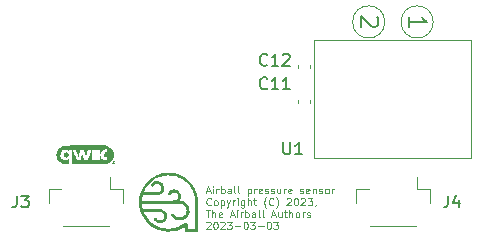
<source format=gbr>
%TF.GenerationSoftware,KiCad,Pcbnew,6.0.10-86aedd382b~118~ubuntu22.04.1*%
%TF.CreationDate,2023-03-06T18:26:28-08:00*%
%TF.ProjectId,pressure-qwiic-3,70726573-7375-4726-952d-71776969632d,rev?*%
%TF.SameCoordinates,Original*%
%TF.FileFunction,Legend,Top*%
%TF.FilePolarity,Positive*%
%FSLAX46Y46*%
G04 Gerber Fmt 4.6, Leading zero omitted, Abs format (unit mm)*
G04 Created by KiCad (PCBNEW 6.0.10-86aedd382b~118~ubuntu22.04.1) date 2023-03-06 18:26:28*
%MOMM*%
%LPD*%
G01*
G04 APERTURE LIST*
%ADD10C,0.125000*%
%ADD11C,0.150000*%
%ADD12C,0.120000*%
G04 APERTURE END LIST*
D10*
X-2799702Y-13094791D02*
X-2502083Y-13094791D01*
X-2859226Y-13273363D02*
X-2650892Y-12648363D01*
X-2442559Y-13273363D01*
X-2234226Y-13273363D02*
X-2234226Y-12856696D01*
X-2234226Y-12648363D02*
X-2263988Y-12678125D01*
X-2234226Y-12707886D01*
X-2204464Y-12678125D01*
X-2234226Y-12648363D01*
X-2234226Y-12707886D01*
X-1936607Y-13273363D02*
X-1936607Y-12856696D01*
X-1936607Y-12975744D02*
X-1906845Y-12916220D01*
X-1877083Y-12886458D01*
X-1817559Y-12856696D01*
X-1758035Y-12856696D01*
X-1549702Y-13273363D02*
X-1549702Y-12648363D01*
X-1549702Y-12886458D02*
X-1490178Y-12856696D01*
X-1371130Y-12856696D01*
X-1311607Y-12886458D01*
X-1281845Y-12916220D01*
X-1252083Y-12975744D01*
X-1252083Y-13154315D01*
X-1281845Y-13213839D01*
X-1311607Y-13243601D01*
X-1371130Y-13273363D01*
X-1490178Y-13273363D01*
X-1549702Y-13243601D01*
X-716369Y-13273363D02*
X-716369Y-12945982D01*
X-746130Y-12886458D01*
X-805654Y-12856696D01*
X-924702Y-12856696D01*
X-984226Y-12886458D01*
X-716369Y-13243601D02*
X-775892Y-13273363D01*
X-924702Y-13273363D01*
X-984226Y-13243601D01*
X-1013988Y-13184077D01*
X-1013988Y-13124553D01*
X-984226Y-13065029D01*
X-924702Y-13035267D01*
X-775892Y-13035267D01*
X-716369Y-13005505D01*
X-329464Y-13273363D02*
X-388988Y-13243601D01*
X-418750Y-13184077D01*
X-418750Y-12648363D01*
X-2083Y-13273363D02*
X-61607Y-13243601D01*
X-91369Y-13184077D01*
X-91369Y-12648363D01*
X712202Y-12856696D02*
X712202Y-13481696D01*
X712202Y-12886458D02*
X771726Y-12856696D01*
X890773Y-12856696D01*
X950297Y-12886458D01*
X980059Y-12916220D01*
X1009821Y-12975744D01*
X1009821Y-13154315D01*
X980059Y-13213839D01*
X950297Y-13243601D01*
X890773Y-13273363D01*
X771726Y-13273363D01*
X712202Y-13243601D01*
X1277678Y-13273363D02*
X1277678Y-12856696D01*
X1277678Y-12975744D02*
X1307440Y-12916220D01*
X1337202Y-12886458D01*
X1396726Y-12856696D01*
X1456249Y-12856696D01*
X1902678Y-13243601D02*
X1843154Y-13273363D01*
X1724107Y-13273363D01*
X1664583Y-13243601D01*
X1634821Y-13184077D01*
X1634821Y-12945982D01*
X1664583Y-12886458D01*
X1724107Y-12856696D01*
X1843154Y-12856696D01*
X1902678Y-12886458D01*
X1932440Y-12945982D01*
X1932440Y-13005505D01*
X1634821Y-13065029D01*
X2170535Y-13243601D02*
X2230059Y-13273363D01*
X2349107Y-13273363D01*
X2408630Y-13243601D01*
X2438392Y-13184077D01*
X2438392Y-13154315D01*
X2408630Y-13094791D01*
X2349107Y-13065029D01*
X2259821Y-13065029D01*
X2200297Y-13035267D01*
X2170535Y-12975744D01*
X2170535Y-12945982D01*
X2200297Y-12886458D01*
X2259821Y-12856696D01*
X2349107Y-12856696D01*
X2408630Y-12886458D01*
X2676488Y-13243601D02*
X2736011Y-13273363D01*
X2855059Y-13273363D01*
X2914583Y-13243601D01*
X2944345Y-13184077D01*
X2944345Y-13154315D01*
X2914583Y-13094791D01*
X2855059Y-13065029D01*
X2765773Y-13065029D01*
X2706249Y-13035267D01*
X2676488Y-12975744D01*
X2676488Y-12945982D01*
X2706249Y-12886458D01*
X2765773Y-12856696D01*
X2855059Y-12856696D01*
X2914583Y-12886458D01*
X3480059Y-12856696D02*
X3480059Y-13273363D01*
X3212202Y-12856696D02*
X3212202Y-13184077D01*
X3241964Y-13243601D01*
X3301488Y-13273363D01*
X3390773Y-13273363D01*
X3450297Y-13243601D01*
X3480059Y-13213839D01*
X3777678Y-13273363D02*
X3777678Y-12856696D01*
X3777678Y-12975744D02*
X3807440Y-12916220D01*
X3837202Y-12886458D01*
X3896726Y-12856696D01*
X3956249Y-12856696D01*
X4402678Y-13243601D02*
X4343154Y-13273363D01*
X4224107Y-13273363D01*
X4164583Y-13243601D01*
X4134821Y-13184077D01*
X4134821Y-12945982D01*
X4164583Y-12886458D01*
X4224107Y-12856696D01*
X4343154Y-12856696D01*
X4402678Y-12886458D01*
X4432440Y-12945982D01*
X4432440Y-13005505D01*
X4134821Y-13065029D01*
X5146726Y-13243601D02*
X5206249Y-13273363D01*
X5325297Y-13273363D01*
X5384821Y-13243601D01*
X5414583Y-13184077D01*
X5414583Y-13154315D01*
X5384821Y-13094791D01*
X5325297Y-13065029D01*
X5236011Y-13065029D01*
X5176488Y-13035267D01*
X5146726Y-12975744D01*
X5146726Y-12945982D01*
X5176488Y-12886458D01*
X5236011Y-12856696D01*
X5325297Y-12856696D01*
X5384821Y-12886458D01*
X5920535Y-13243601D02*
X5861011Y-13273363D01*
X5741964Y-13273363D01*
X5682440Y-13243601D01*
X5652678Y-13184077D01*
X5652678Y-12945982D01*
X5682440Y-12886458D01*
X5741964Y-12856696D01*
X5861011Y-12856696D01*
X5920535Y-12886458D01*
X5950297Y-12945982D01*
X5950297Y-13005505D01*
X5652678Y-13065029D01*
X6218154Y-12856696D02*
X6218154Y-13273363D01*
X6218154Y-12916220D02*
X6247916Y-12886458D01*
X6307440Y-12856696D01*
X6396726Y-12856696D01*
X6456249Y-12886458D01*
X6486011Y-12945982D01*
X6486011Y-13273363D01*
X6753869Y-13243601D02*
X6813392Y-13273363D01*
X6932440Y-13273363D01*
X6991964Y-13243601D01*
X7021726Y-13184077D01*
X7021726Y-13154315D01*
X6991964Y-13094791D01*
X6932440Y-13065029D01*
X6843154Y-13065029D01*
X6783630Y-13035267D01*
X6753869Y-12975744D01*
X6753869Y-12945982D01*
X6783630Y-12886458D01*
X6843154Y-12856696D01*
X6932440Y-12856696D01*
X6991964Y-12886458D01*
X7378869Y-13273363D02*
X7319345Y-13243601D01*
X7289583Y-13213839D01*
X7259821Y-13154315D01*
X7259821Y-12975744D01*
X7289583Y-12916220D01*
X7319345Y-12886458D01*
X7378869Y-12856696D01*
X7468154Y-12856696D01*
X7527678Y-12886458D01*
X7557440Y-12916220D01*
X7587202Y-12975744D01*
X7587202Y-13154315D01*
X7557440Y-13213839D01*
X7527678Y-13243601D01*
X7468154Y-13273363D01*
X7378869Y-13273363D01*
X7855059Y-13273363D02*
X7855059Y-12856696D01*
X7855059Y-12975744D02*
X7884821Y-12916220D01*
X7914583Y-12886458D01*
X7974107Y-12856696D01*
X8033630Y-12856696D01*
X-2412797Y-14220089D02*
X-2442559Y-14249851D01*
X-2531845Y-14279613D01*
X-2591369Y-14279613D01*
X-2680654Y-14249851D01*
X-2740178Y-14190327D01*
X-2769940Y-14130803D01*
X-2799702Y-14011755D01*
X-2799702Y-13922470D01*
X-2769940Y-13803422D01*
X-2740178Y-13743898D01*
X-2680654Y-13684375D01*
X-2591369Y-13654613D01*
X-2531845Y-13654613D01*
X-2442559Y-13684375D01*
X-2412797Y-13714136D01*
X-2055654Y-14279613D02*
X-2115178Y-14249851D01*
X-2144940Y-14220089D01*
X-2174702Y-14160565D01*
X-2174702Y-13981994D01*
X-2144940Y-13922470D01*
X-2115178Y-13892708D01*
X-2055654Y-13862946D01*
X-1966369Y-13862946D01*
X-1906845Y-13892708D01*
X-1877083Y-13922470D01*
X-1847321Y-13981994D01*
X-1847321Y-14160565D01*
X-1877083Y-14220089D01*
X-1906845Y-14249851D01*
X-1966369Y-14279613D01*
X-2055654Y-14279613D01*
X-1579464Y-13862946D02*
X-1579464Y-14487946D01*
X-1579464Y-13892708D02*
X-1519940Y-13862946D01*
X-1400892Y-13862946D01*
X-1341369Y-13892708D01*
X-1311607Y-13922470D01*
X-1281845Y-13981994D01*
X-1281845Y-14160565D01*
X-1311607Y-14220089D01*
X-1341369Y-14249851D01*
X-1400892Y-14279613D01*
X-1519940Y-14279613D01*
X-1579464Y-14249851D01*
X-1073511Y-13862946D02*
X-924702Y-14279613D01*
X-775892Y-13862946D02*
X-924702Y-14279613D01*
X-984226Y-14428422D01*
X-1013988Y-14458184D01*
X-1073511Y-14487946D01*
X-537797Y-14279613D02*
X-537797Y-13862946D01*
X-537797Y-13981994D02*
X-508035Y-13922470D01*
X-478273Y-13892708D01*
X-418750Y-13862946D01*
X-359226Y-13862946D01*
X-150892Y-14279613D02*
X-150892Y-13862946D01*
X-150892Y-13654613D02*
X-180654Y-13684375D01*
X-150892Y-13714136D01*
X-121130Y-13684375D01*
X-150892Y-13654613D01*
X-150892Y-13714136D01*
X414583Y-13862946D02*
X414583Y-14368898D01*
X384821Y-14428422D01*
X355059Y-14458184D01*
X295535Y-14487946D01*
X206249Y-14487946D01*
X146726Y-14458184D01*
X414583Y-14249851D02*
X355059Y-14279613D01*
X236011Y-14279613D01*
X176488Y-14249851D01*
X146726Y-14220089D01*
X116964Y-14160565D01*
X116964Y-13981994D01*
X146726Y-13922470D01*
X176488Y-13892708D01*
X236011Y-13862946D01*
X355059Y-13862946D01*
X414583Y-13892708D01*
X712202Y-14279613D02*
X712202Y-13654613D01*
X980059Y-14279613D02*
X980059Y-13952232D01*
X950297Y-13892708D01*
X890773Y-13862946D01*
X801488Y-13862946D01*
X741964Y-13892708D01*
X712202Y-13922470D01*
X1188392Y-13862946D02*
X1426488Y-13862946D01*
X1277678Y-13654613D02*
X1277678Y-14190327D01*
X1307440Y-14249851D01*
X1366964Y-14279613D01*
X1426488Y-14279613D01*
X2289583Y-14517708D02*
X2259821Y-14487946D01*
X2200297Y-14398660D01*
X2170535Y-14339136D01*
X2140773Y-14249851D01*
X2111011Y-14101041D01*
X2111011Y-13981994D01*
X2140773Y-13833184D01*
X2170535Y-13743898D01*
X2200297Y-13684375D01*
X2259821Y-13595089D01*
X2289583Y-13565327D01*
X2884821Y-14220089D02*
X2855059Y-14249851D01*
X2765773Y-14279613D01*
X2706249Y-14279613D01*
X2616964Y-14249851D01*
X2557440Y-14190327D01*
X2527678Y-14130803D01*
X2497916Y-14011755D01*
X2497916Y-13922470D01*
X2527678Y-13803422D01*
X2557440Y-13743898D01*
X2616964Y-13684375D01*
X2706249Y-13654613D01*
X2765773Y-13654613D01*
X2855059Y-13684375D01*
X2884821Y-13714136D01*
X3093154Y-14517708D02*
X3122916Y-14487946D01*
X3182440Y-14398660D01*
X3212202Y-14339136D01*
X3241964Y-14249851D01*
X3271726Y-14101041D01*
X3271726Y-13981994D01*
X3241964Y-13833184D01*
X3212202Y-13743898D01*
X3182440Y-13684375D01*
X3122916Y-13595089D01*
X3093154Y-13565327D01*
X4015773Y-13714136D02*
X4045535Y-13684375D01*
X4105059Y-13654613D01*
X4253869Y-13654613D01*
X4313392Y-13684375D01*
X4343154Y-13714136D01*
X4372916Y-13773660D01*
X4372916Y-13833184D01*
X4343154Y-13922470D01*
X3986011Y-14279613D01*
X4372916Y-14279613D01*
X4759821Y-13654613D02*
X4819345Y-13654613D01*
X4878869Y-13684375D01*
X4908630Y-13714136D01*
X4938392Y-13773660D01*
X4968154Y-13892708D01*
X4968154Y-14041517D01*
X4938392Y-14160565D01*
X4908630Y-14220089D01*
X4878869Y-14249851D01*
X4819345Y-14279613D01*
X4759821Y-14279613D01*
X4700297Y-14249851D01*
X4670535Y-14220089D01*
X4640773Y-14160565D01*
X4611011Y-14041517D01*
X4611011Y-13892708D01*
X4640773Y-13773660D01*
X4670535Y-13714136D01*
X4700297Y-13684375D01*
X4759821Y-13654613D01*
X5206249Y-13714136D02*
X5236011Y-13684375D01*
X5295535Y-13654613D01*
X5444345Y-13654613D01*
X5503869Y-13684375D01*
X5533630Y-13714136D01*
X5563392Y-13773660D01*
X5563392Y-13833184D01*
X5533630Y-13922470D01*
X5176488Y-14279613D01*
X5563392Y-14279613D01*
X5771726Y-13654613D02*
X6158630Y-13654613D01*
X5950297Y-13892708D01*
X6039583Y-13892708D01*
X6099107Y-13922470D01*
X6128869Y-13952232D01*
X6158630Y-14011755D01*
X6158630Y-14160565D01*
X6128869Y-14220089D01*
X6099107Y-14249851D01*
X6039583Y-14279613D01*
X5861011Y-14279613D01*
X5801488Y-14249851D01*
X5771726Y-14220089D01*
X6456249Y-14249851D02*
X6456249Y-14279613D01*
X6426488Y-14339136D01*
X6396726Y-14368898D01*
X-2859226Y-14660863D02*
X-2502083Y-14660863D01*
X-2680654Y-15285863D02*
X-2680654Y-14660863D01*
X-2293750Y-15285863D02*
X-2293750Y-14660863D01*
X-2025892Y-15285863D02*
X-2025892Y-14958482D01*
X-2055654Y-14898958D01*
X-2115178Y-14869196D01*
X-2204464Y-14869196D01*
X-2263988Y-14898958D01*
X-2293750Y-14928720D01*
X-1490178Y-15256101D02*
X-1549702Y-15285863D01*
X-1668750Y-15285863D01*
X-1728273Y-15256101D01*
X-1758035Y-15196577D01*
X-1758035Y-14958482D01*
X-1728273Y-14898958D01*
X-1668750Y-14869196D01*
X-1549702Y-14869196D01*
X-1490178Y-14898958D01*
X-1460416Y-14958482D01*
X-1460416Y-15018005D01*
X-1758035Y-15077529D01*
X-746130Y-15107291D02*
X-448511Y-15107291D01*
X-805654Y-15285863D02*
X-597321Y-14660863D01*
X-388988Y-15285863D01*
X-180654Y-15285863D02*
X-180654Y-14869196D01*
X-180654Y-14660863D02*
X-210416Y-14690625D01*
X-180654Y-14720386D01*
X-150892Y-14690625D01*
X-180654Y-14660863D01*
X-180654Y-14720386D01*
X116964Y-15285863D02*
X116964Y-14869196D01*
X116964Y-14988244D02*
X146726Y-14928720D01*
X176488Y-14898958D01*
X236011Y-14869196D01*
X295535Y-14869196D01*
X503869Y-15285863D02*
X503869Y-14660863D01*
X503869Y-14898958D02*
X563392Y-14869196D01*
X682440Y-14869196D01*
X741964Y-14898958D01*
X771726Y-14928720D01*
X801488Y-14988244D01*
X801488Y-15166815D01*
X771726Y-15226339D01*
X741964Y-15256101D01*
X682440Y-15285863D01*
X563392Y-15285863D01*
X503869Y-15256101D01*
X1337202Y-15285863D02*
X1337202Y-14958482D01*
X1307440Y-14898958D01*
X1247916Y-14869196D01*
X1128869Y-14869196D01*
X1069345Y-14898958D01*
X1337202Y-15256101D02*
X1277678Y-15285863D01*
X1128869Y-15285863D01*
X1069345Y-15256101D01*
X1039583Y-15196577D01*
X1039583Y-15137053D01*
X1069345Y-15077529D01*
X1128869Y-15047767D01*
X1277678Y-15047767D01*
X1337202Y-15018005D01*
X1724107Y-15285863D02*
X1664583Y-15256101D01*
X1634821Y-15196577D01*
X1634821Y-14660863D01*
X2051488Y-15285863D02*
X1991964Y-15256101D01*
X1962202Y-15196577D01*
X1962202Y-14660863D01*
X2736011Y-15107291D02*
X3033630Y-15107291D01*
X2676488Y-15285863D02*
X2884821Y-14660863D01*
X3093154Y-15285863D01*
X3569345Y-14869196D02*
X3569345Y-15285863D01*
X3301488Y-14869196D02*
X3301488Y-15196577D01*
X3331249Y-15256101D01*
X3390773Y-15285863D01*
X3480059Y-15285863D01*
X3539583Y-15256101D01*
X3569345Y-15226339D01*
X3777678Y-14869196D02*
X4015773Y-14869196D01*
X3866964Y-14660863D02*
X3866964Y-15196577D01*
X3896726Y-15256101D01*
X3956249Y-15285863D01*
X4015773Y-15285863D01*
X4224107Y-15285863D02*
X4224107Y-14660863D01*
X4491964Y-15285863D02*
X4491964Y-14958482D01*
X4462202Y-14898958D01*
X4402678Y-14869196D01*
X4313392Y-14869196D01*
X4253869Y-14898958D01*
X4224107Y-14928720D01*
X4878869Y-15285863D02*
X4819345Y-15256101D01*
X4789583Y-15226339D01*
X4759821Y-15166815D01*
X4759821Y-14988244D01*
X4789583Y-14928720D01*
X4819345Y-14898958D01*
X4878869Y-14869196D01*
X4968154Y-14869196D01*
X5027678Y-14898958D01*
X5057440Y-14928720D01*
X5087202Y-14988244D01*
X5087202Y-15166815D01*
X5057440Y-15226339D01*
X5027678Y-15256101D01*
X4968154Y-15285863D01*
X4878869Y-15285863D01*
X5355059Y-15285863D02*
X5355059Y-14869196D01*
X5355059Y-14988244D02*
X5384821Y-14928720D01*
X5414583Y-14898958D01*
X5474107Y-14869196D01*
X5533630Y-14869196D01*
X5712202Y-15256101D02*
X5771726Y-15285863D01*
X5890773Y-15285863D01*
X5950297Y-15256101D01*
X5980059Y-15196577D01*
X5980059Y-15166815D01*
X5950297Y-15107291D01*
X5890773Y-15077529D01*
X5801488Y-15077529D01*
X5741964Y-15047767D01*
X5712202Y-14988244D01*
X5712202Y-14958482D01*
X5741964Y-14898958D01*
X5801488Y-14869196D01*
X5890773Y-14869196D01*
X5950297Y-14898958D01*
X-2799702Y-15726636D02*
X-2769940Y-15696875D01*
X-2710416Y-15667113D01*
X-2561607Y-15667113D01*
X-2502083Y-15696875D01*
X-2472321Y-15726636D01*
X-2442559Y-15786160D01*
X-2442559Y-15845684D01*
X-2472321Y-15934970D01*
X-2829464Y-16292113D01*
X-2442559Y-16292113D01*
X-2055654Y-15667113D02*
X-1996130Y-15667113D01*
X-1936607Y-15696875D01*
X-1906845Y-15726636D01*
X-1877083Y-15786160D01*
X-1847321Y-15905208D01*
X-1847321Y-16054017D01*
X-1877083Y-16173065D01*
X-1906845Y-16232589D01*
X-1936607Y-16262351D01*
X-1996130Y-16292113D01*
X-2055654Y-16292113D01*
X-2115178Y-16262351D01*
X-2144940Y-16232589D01*
X-2174702Y-16173065D01*
X-2204464Y-16054017D01*
X-2204464Y-15905208D01*
X-2174702Y-15786160D01*
X-2144940Y-15726636D01*
X-2115178Y-15696875D01*
X-2055654Y-15667113D01*
X-1609226Y-15726636D02*
X-1579464Y-15696875D01*
X-1519940Y-15667113D01*
X-1371130Y-15667113D01*
X-1311607Y-15696875D01*
X-1281845Y-15726636D01*
X-1252083Y-15786160D01*
X-1252083Y-15845684D01*
X-1281845Y-15934970D01*
X-1638988Y-16292113D01*
X-1252083Y-16292113D01*
X-1043750Y-15667113D02*
X-656845Y-15667113D01*
X-865178Y-15905208D01*
X-775892Y-15905208D01*
X-716369Y-15934970D01*
X-686607Y-15964732D01*
X-656845Y-16024255D01*
X-656845Y-16173065D01*
X-686607Y-16232589D01*
X-716369Y-16262351D01*
X-775892Y-16292113D01*
X-954464Y-16292113D01*
X-1013988Y-16262351D01*
X-1043750Y-16232589D01*
X-388988Y-16054017D02*
X87202Y-16054017D01*
X503869Y-15667113D02*
X563392Y-15667113D01*
X622916Y-15696875D01*
X652678Y-15726636D01*
X682440Y-15786160D01*
X712202Y-15905208D01*
X712202Y-16054017D01*
X682440Y-16173065D01*
X652678Y-16232589D01*
X622916Y-16262351D01*
X563392Y-16292113D01*
X503869Y-16292113D01*
X444345Y-16262351D01*
X414583Y-16232589D01*
X384821Y-16173065D01*
X355059Y-16054017D01*
X355059Y-15905208D01*
X384821Y-15786160D01*
X414583Y-15726636D01*
X444345Y-15696875D01*
X503869Y-15667113D01*
X920535Y-15667113D02*
X1307440Y-15667113D01*
X1099107Y-15905208D01*
X1188392Y-15905208D01*
X1247916Y-15934970D01*
X1277678Y-15964732D01*
X1307440Y-16024255D01*
X1307440Y-16173065D01*
X1277678Y-16232589D01*
X1247916Y-16262351D01*
X1188392Y-16292113D01*
X1009821Y-16292113D01*
X950297Y-16262351D01*
X920535Y-16232589D01*
X1575297Y-16054017D02*
X2051488Y-16054017D01*
X2468154Y-15667113D02*
X2527678Y-15667113D01*
X2587202Y-15696875D01*
X2616964Y-15726636D01*
X2646726Y-15786160D01*
X2676488Y-15905208D01*
X2676488Y-16054017D01*
X2646726Y-16173065D01*
X2616964Y-16232589D01*
X2587202Y-16262351D01*
X2527678Y-16292113D01*
X2468154Y-16292113D01*
X2408630Y-16262351D01*
X2378869Y-16232589D01*
X2349107Y-16173065D01*
X2319345Y-16054017D01*
X2319345Y-15905208D01*
X2349107Y-15786160D01*
X2378869Y-15726636D01*
X2408630Y-15696875D01*
X2468154Y-15667113D01*
X2884821Y-15667113D02*
X3271726Y-15667113D01*
X3063392Y-15905208D01*
X3152678Y-15905208D01*
X3212202Y-15934970D01*
X3241964Y-15964732D01*
X3271726Y-16024255D01*
X3271726Y-16173065D01*
X3241964Y-16232589D01*
X3212202Y-16262351D01*
X3152678Y-16292113D01*
X2974107Y-16292113D01*
X2914583Y-16262351D01*
X2884821Y-16232589D01*
D11*
%TO.C,J4*%
X17666666Y-13452380D02*
X17666666Y-14166666D01*
X17619047Y-14309523D01*
X17523809Y-14404761D01*
X17380952Y-14452380D01*
X17285714Y-14452380D01*
X18571428Y-13785714D02*
X18571428Y-14452380D01*
X18333333Y-13404761D02*
X18095238Y-14119047D01*
X18714285Y-14119047D01*
%TO.C,U1*%
X3738095Y-8952380D02*
X3738095Y-9761904D01*
X3785714Y-9857142D01*
X3833333Y-9904761D01*
X3928571Y-9952380D01*
X4119047Y-9952380D01*
X4214285Y-9904761D01*
X4261904Y-9857142D01*
X4309523Y-9761904D01*
X4309523Y-8952380D01*
X5309523Y-9952380D02*
X4738095Y-9952380D01*
X5023809Y-9952380D02*
X5023809Y-8952380D01*
X4928571Y-9095238D01*
X4833333Y-9190476D01*
X4738095Y-9238095D01*
X11628571Y1678571D02*
X11700000Y1607142D01*
X11771428Y1464285D01*
X11771428Y1107142D01*
X11700000Y964285D01*
X11628571Y892857D01*
X11485714Y821428D01*
X11342857Y821428D01*
X11128571Y892857D01*
X10271428Y1750000D01*
X10271428Y821428D01*
X14371428Y821428D02*
X14371428Y1678571D01*
X14371428Y1250000D02*
X15871428Y1249999D01*
X15657142Y1392857D01*
X15514285Y1535714D01*
X15442857Y1678571D01*
%TO.C,J3*%
X-18833333Y-13452380D02*
X-18833333Y-14166666D01*
X-18880952Y-14309523D01*
X-18976190Y-14404761D01*
X-19119047Y-14452380D01*
X-19214285Y-14452380D01*
X-18452380Y-13452380D02*
X-17833333Y-13452380D01*
X-18166666Y-13833333D01*
X-18023809Y-13833333D01*
X-17928571Y-13880952D01*
X-17880952Y-13928571D01*
X-17833333Y-14023809D01*
X-17833333Y-14261904D01*
X-17880952Y-14357142D01*
X-17928571Y-14404761D01*
X-18023809Y-14452380D01*
X-18309523Y-14452380D01*
X-18404761Y-14404761D01*
X-18452380Y-14357142D01*
%TO.C,C11*%
X2357142Y-4357142D02*
X2309523Y-4404761D01*
X2166666Y-4452380D01*
X2071428Y-4452380D01*
X1928571Y-4404761D01*
X1833333Y-4309523D01*
X1785714Y-4214285D01*
X1738095Y-4023809D01*
X1738095Y-3880952D01*
X1785714Y-3690476D01*
X1833333Y-3595238D01*
X1928571Y-3500000D01*
X2071428Y-3452380D01*
X2166666Y-3452380D01*
X2309523Y-3500000D01*
X2357142Y-3547619D01*
X3309523Y-4452380D02*
X2738095Y-4452380D01*
X3023809Y-4452380D02*
X3023809Y-3452380D01*
X2928571Y-3595238D01*
X2833333Y-3690476D01*
X2738095Y-3738095D01*
X4261904Y-4452380D02*
X3690476Y-4452380D01*
X3976190Y-4452380D02*
X3976190Y-3452380D01*
X3880952Y-3595238D01*
X3785714Y-3690476D01*
X3690476Y-3738095D01*
%TO.C,C12*%
X2357142Y-2357142D02*
X2309523Y-2404761D01*
X2166666Y-2452380D01*
X2071428Y-2452380D01*
X1928571Y-2404761D01*
X1833333Y-2309523D01*
X1785714Y-2214285D01*
X1738095Y-2023809D01*
X1738095Y-1880952D01*
X1785714Y-1690476D01*
X1833333Y-1595238D01*
X1928571Y-1500000D01*
X2071428Y-1452380D01*
X2166666Y-1452380D01*
X2309523Y-1500000D01*
X2357142Y-1547619D01*
X3309523Y-2452380D02*
X2738095Y-2452380D01*
X3023809Y-2452380D02*
X3023809Y-1452380D01*
X2928571Y-1595238D01*
X2833333Y-1690476D01*
X2738095Y-1738095D01*
X3690476Y-1547619D02*
X3738095Y-1500000D01*
X3833333Y-1452380D01*
X4071428Y-1452380D01*
X4166666Y-1500000D01*
X4214285Y-1547619D01*
X4261904Y-1642857D01*
X4261904Y-1738095D01*
X4214285Y-1880952D01*
X3642857Y-2452380D01*
X4261904Y-2452380D01*
D12*
%TO.C,J4*%
X15060000Y-12890000D02*
X15060000Y-11900000D01*
X14940000Y-16010000D02*
X11060000Y-16010000D01*
X9890000Y-14040000D02*
X9890000Y-12890000D01*
X16110000Y-14040000D02*
X16110000Y-12890000D01*
X9890000Y-12890000D02*
X10940000Y-12890000D01*
X16110000Y-12890000D02*
X15060000Y-12890000D01*
%TO.C,U1*%
X19650000Y-250000D02*
X6350000Y-250000D01*
X6350000Y-250000D02*
X6350000Y-10250000D01*
X6350000Y-10250000D02*
X19650000Y-10250000D01*
X19650000Y-10250000D02*
X19650000Y-250000D01*
X16411249Y1250000D02*
G75*
G03*
X16411249Y1250000I-1361249J0D01*
G01*
X12311249Y1250000D02*
G75*
G03*
X12311249Y1250000I-1361249J0D01*
G01*
%TO.C,G\u002A\u002A\u002A*%
G36*
X-10793264Y-10567115D02*
G01*
X-10773405Y-10537729D01*
X-10738267Y-10505363D01*
X-10700898Y-10487817D01*
X-10659250Y-10482825D01*
X-10608998Y-10490621D01*
X-10566815Y-10512854D01*
X-10534781Y-10547791D01*
X-10514977Y-10593698D01*
X-10512463Y-10605124D01*
X-10512689Y-10647755D01*
X-10526786Y-10690485D01*
X-10552097Y-10728499D01*
X-10585964Y-10756982D01*
X-10600288Y-10764207D01*
X-10632027Y-10772643D01*
X-10668242Y-10775322D01*
X-10701403Y-10772133D01*
X-10719518Y-10765948D01*
X-10760608Y-10735242D01*
X-10789241Y-10696987D01*
X-10804703Y-10654200D01*
X-10805572Y-10629796D01*
X-10771249Y-10629796D01*
X-10770204Y-10660219D01*
X-10765510Y-10680223D01*
X-10754828Y-10696585D01*
X-10744360Y-10707684D01*
X-10710332Y-10731342D01*
X-10670910Y-10742647D01*
X-10630915Y-10741273D01*
X-10595168Y-10726892D01*
X-10584366Y-10718556D01*
X-10557403Y-10683978D01*
X-10545030Y-10645061D01*
X-10546497Y-10605341D01*
X-10561055Y-10568355D01*
X-10587954Y-10537639D01*
X-10626445Y-10516731D01*
X-10627205Y-10516478D01*
X-10666986Y-10512001D01*
X-10706781Y-10523349D01*
X-10743081Y-10549464D01*
X-10745742Y-10552173D01*
X-10760559Y-10569905D01*
X-10768232Y-10587701D01*
X-10771002Y-10612379D01*
X-10771249Y-10629796D01*
X-10805572Y-10629796D01*
X-10806281Y-10609903D01*
X-10793264Y-10567115D01*
G37*
G36*
X-10672098Y-10551799D02*
G01*
X-10634380Y-10556898D01*
X-10608572Y-10570924D01*
X-10596108Y-10591968D01*
X-10598422Y-10618125D01*
X-10608292Y-10636627D01*
X-10617243Y-10652138D01*
X-10615139Y-10663157D01*
X-10608292Y-10671557D01*
X-10596187Y-10688062D01*
X-10598393Y-10696387D01*
X-10611930Y-10698371D01*
X-10629103Y-10690746D01*
X-10639179Y-10676816D01*
X-10652274Y-10660050D01*
X-10667253Y-10655818D01*
X-10679024Y-10664385D01*
X-10682275Y-10674573D01*
X-10690366Y-10690998D01*
X-10700119Y-10696760D01*
X-10707449Y-10696394D01*
X-10711950Y-10689779D01*
X-10714288Y-10673766D01*
X-10715135Y-10645206D01*
X-10715207Y-10625717D01*
X-10715207Y-10603531D01*
X-10680720Y-10603531D01*
X-10679035Y-10622114D01*
X-10670841Y-10628372D01*
X-10657010Y-10627813D01*
X-10639250Y-10622323D01*
X-10633457Y-10608332D01*
X-10633299Y-10603531D01*
X-10637091Y-10586949D01*
X-10651748Y-10579996D01*
X-10657010Y-10579248D01*
X-10673492Y-10579270D01*
X-10679813Y-10587878D01*
X-10680720Y-10603531D01*
X-10715207Y-10603531D01*
X-10715207Y-10551799D01*
X-10672098Y-10551799D01*
G37*
G36*
X-14457094Y-9603395D02*
G01*
X-14458935Y-9633411D01*
X-14463801Y-9651497D01*
X-14470710Y-9655955D01*
X-14478678Y-9645085D01*
X-14479726Y-9642497D01*
X-14490230Y-9630032D01*
X-14511707Y-9612938D01*
X-14539644Y-9594184D01*
X-14569535Y-9576734D01*
X-14596868Y-9563557D01*
X-14603666Y-9560960D01*
X-14679573Y-9542836D01*
X-14757040Y-9539965D01*
X-14833510Y-9551406D01*
X-14906430Y-9576214D01*
X-14973242Y-9613448D01*
X-15031393Y-9662163D01*
X-15078327Y-9721417D01*
X-15089349Y-9740206D01*
X-15118954Y-9810504D01*
X-15137877Y-9890274D01*
X-15146123Y-9975451D01*
X-15143695Y-10061974D01*
X-15130597Y-10145779D01*
X-15106832Y-10222804D01*
X-15088870Y-10261454D01*
X-15058310Y-10307528D01*
X-15017879Y-10352921D01*
X-14972615Y-10392714D01*
X-14927554Y-10421991D01*
X-14921144Y-10425162D01*
X-14864521Y-10447559D01*
X-14807323Y-10460438D01*
X-14743567Y-10464866D01*
X-14703274Y-10464075D01*
X-14633708Y-10455890D01*
X-14574944Y-10436987D01*
X-14523195Y-10405841D01*
X-14492361Y-10379119D01*
X-14457094Y-10344894D01*
X-14457094Y-10784590D01*
X-14605822Y-10783737D01*
X-14661069Y-10782787D01*
X-14716201Y-10780726D01*
X-14766420Y-10777808D01*
X-14806926Y-10774290D01*
X-14823813Y-10772117D01*
X-14934947Y-10746315D01*
X-15039968Y-10704917D01*
X-15137583Y-10648885D01*
X-15226498Y-10579180D01*
X-15305421Y-10496762D01*
X-15373056Y-10402592D01*
X-15409694Y-10336855D01*
X-15449001Y-10239956D01*
X-15474337Y-10136188D01*
X-15485700Y-10028575D01*
X-15483085Y-9920137D01*
X-15466491Y-9813897D01*
X-15435912Y-9712879D01*
X-15410458Y-9655245D01*
X-15349228Y-9550965D01*
X-15276800Y-9459797D01*
X-15193206Y-9381765D01*
X-15098480Y-9316897D01*
X-14992654Y-9265218D01*
X-14875761Y-9226756D01*
X-14872990Y-9226039D01*
X-14865411Y-9224293D01*
X-14856339Y-9222687D01*
X-14845058Y-9221217D01*
X-14830852Y-9219876D01*
X-14813003Y-9218658D01*
X-14790795Y-9217558D01*
X-14763513Y-9216569D01*
X-14730438Y-9215685D01*
X-14690854Y-9214902D01*
X-14644046Y-9214212D01*
X-14589295Y-9213610D01*
X-14525887Y-9213090D01*
X-14453103Y-9212646D01*
X-14370229Y-9212273D01*
X-14276546Y-9211964D01*
X-14171338Y-9211713D01*
X-14053890Y-9211515D01*
X-13923483Y-9211363D01*
X-13779403Y-9211253D01*
X-13620931Y-9211177D01*
X-13447352Y-9211130D01*
X-13257949Y-9211107D01*
X-13056042Y-9211100D01*
X-11297183Y-9211100D01*
X-11223897Y-9230550D01*
X-11114164Y-9268126D01*
X-11011987Y-9320028D01*
X-10918846Y-9385003D01*
X-10836222Y-9461796D01*
X-10765593Y-9549153D01*
X-10708442Y-9645821D01*
X-10692187Y-9680948D01*
X-10668700Y-9739442D01*
X-10652121Y-9792018D01*
X-10641151Y-9844668D01*
X-10634496Y-9903381D01*
X-10631267Y-9962418D01*
X-10633168Y-10074852D01*
X-10648169Y-10178038D01*
X-10677035Y-10274775D01*
X-10720527Y-10367859D01*
X-10758880Y-10430548D01*
X-10830494Y-10522385D01*
X-10913962Y-10602032D01*
X-11008260Y-10668764D01*
X-11112363Y-10721855D01*
X-11225246Y-10760579D01*
X-11225467Y-10760639D01*
X-11297183Y-10779815D01*
X-12726256Y-10782423D01*
X-14155329Y-10785030D01*
X-14155329Y-9551664D01*
X-14111968Y-9551664D01*
X-14096169Y-9592617D01*
X-14090145Y-9608682D01*
X-14078860Y-9639222D01*
X-14062948Y-9682507D01*
X-14043044Y-9736805D01*
X-14019779Y-9800388D01*
X-13993788Y-9871525D01*
X-13965705Y-9948485D01*
X-13936162Y-10029539D01*
X-13930434Y-10045265D01*
X-13780499Y-10456959D01*
X-13483733Y-10456959D01*
X-13445155Y-10334097D01*
X-13428553Y-10281096D01*
X-13408905Y-10218167D01*
X-13388252Y-10151857D01*
X-13368634Y-10088716D01*
X-13361178Y-10064664D01*
X-13346258Y-10017023D01*
X-13332833Y-9975152D01*
X-13321816Y-9941817D01*
X-13314120Y-9919786D01*
X-13310826Y-9911955D01*
X-13307054Y-9918073D01*
X-13299116Y-9938541D01*
X-13287753Y-9971181D01*
X-13273707Y-10013813D01*
X-13257721Y-10064258D01*
X-13246206Y-10101636D01*
X-13227628Y-10162548D01*
X-13209118Y-10223138D01*
X-13191799Y-10279731D01*
X-13176799Y-10328647D01*
X-13165242Y-10366211D01*
X-13161845Y-10377207D01*
X-13137151Y-10456959D01*
X-12839745Y-10456959D01*
X-12474067Y-10456959D01*
X-12172301Y-10456959D01*
X-12120570Y-10456959D01*
X-11818805Y-10456959D01*
X-11818805Y-9970685D01*
X-11763672Y-9970685D01*
X-11762877Y-10055178D01*
X-11748828Y-10138177D01*
X-11721287Y-10216918D01*
X-11690997Y-10272502D01*
X-11638953Y-10337830D01*
X-11576045Y-10389951D01*
X-11502805Y-10428596D01*
X-11419767Y-10453498D01*
X-11327466Y-10464389D01*
X-11307960Y-10464862D01*
X-11232519Y-10465581D01*
X-11232519Y-10226530D01*
X-11288824Y-10222010D01*
X-11341426Y-10212733D01*
X-11382142Y-10193024D01*
X-11414220Y-10160709D01*
X-11436325Y-10123351D01*
X-11455620Y-10067836D01*
X-11462437Y-10008968D01*
X-11457309Y-9950615D01*
X-11440769Y-9896642D01*
X-11413348Y-9850915D01*
X-11396319Y-9832886D01*
X-11354100Y-9804471D01*
X-11306395Y-9788390D01*
X-11264307Y-9786131D01*
X-11236830Y-9788765D01*
X-11234437Y-9665903D01*
X-11232045Y-9543042D01*
X-11260303Y-9541674D01*
X-11358132Y-9544040D01*
X-11447584Y-9560865D01*
X-11528105Y-9591958D01*
X-11599141Y-9637126D01*
X-11639104Y-9673060D01*
X-11688930Y-9735885D01*
X-11726459Y-9808274D01*
X-11751453Y-9887462D01*
X-11763672Y-9970685D01*
X-11818805Y-9970685D01*
X-11818805Y-9551664D01*
X-12120570Y-9551664D01*
X-12120570Y-10456959D01*
X-12172301Y-10456959D01*
X-12172301Y-9551664D01*
X-12474067Y-9551664D01*
X-12474067Y-10456959D01*
X-12839745Y-10456959D01*
X-12698664Y-10071131D01*
X-12669331Y-9990911D01*
X-12641013Y-9913465D01*
X-12614424Y-9840746D01*
X-12590279Y-9774711D01*
X-12569293Y-9717315D01*
X-12552181Y-9670514D01*
X-12539659Y-9636263D01*
X-12533085Y-9618280D01*
X-12508587Y-9551257D01*
X-12656168Y-9553616D01*
X-12803748Y-9555975D01*
X-12890675Y-9851273D01*
X-12910839Y-9919335D01*
X-12929609Y-9981856D01*
X-12946409Y-10036982D01*
X-12960664Y-10082859D01*
X-12971797Y-10117630D01*
X-12979232Y-10139441D01*
X-12982334Y-10146468D01*
X-12985727Y-10138461D01*
X-12993282Y-10115726D01*
X-13004437Y-10080117D01*
X-13018626Y-10033489D01*
X-13035284Y-9977695D01*
X-13053848Y-9914592D01*
X-13072891Y-9849014D01*
X-13158715Y-9551664D01*
X-13446999Y-9551664D01*
X-13455912Y-9579685D01*
X-13460830Y-9595923D01*
X-13470157Y-9627507D01*
X-13483538Y-9673213D01*
X-13500615Y-9731813D01*
X-13521032Y-9802083D01*
X-13544433Y-9882797D01*
X-13570461Y-9972729D01*
X-13598761Y-10070654D01*
X-13610482Y-10111249D01*
X-13623928Y-10157834D01*
X-13633982Y-10128493D01*
X-13638807Y-10113255D01*
X-13647817Y-10083679D01*
X-13660353Y-10041976D01*
X-13675753Y-9990358D01*
X-13693358Y-9931034D01*
X-13712506Y-9866216D01*
X-13724520Y-9825408D01*
X-13805005Y-9551664D01*
X-14111968Y-9551664D01*
X-14155329Y-9551664D01*
X-14457094Y-9551664D01*
X-14457094Y-9603395D01*
G37*
G36*
X-14618118Y-9787653D02*
G01*
X-14571458Y-9801785D01*
X-14529450Y-9829920D01*
X-14525446Y-9833463D01*
X-14493800Y-9870579D01*
X-14473413Y-9915738D01*
X-14463378Y-9971507D01*
X-14461959Y-10012933D01*
X-14463783Y-10055827D01*
X-14469276Y-10088366D01*
X-14479686Y-10117265D01*
X-14482427Y-10123115D01*
X-14514285Y-10170942D01*
X-14555986Y-10205725D01*
X-14605018Y-10226432D01*
X-14658868Y-10232032D01*
X-14715025Y-10221494D01*
X-14718878Y-10220161D01*
X-14762899Y-10195792D01*
X-14801157Y-10157340D01*
X-14822047Y-10125017D01*
X-14831303Y-10104458D01*
X-14836962Y-10081670D01*
X-14839816Y-10051702D01*
X-14840655Y-10009600D01*
X-14840657Y-10008439D01*
X-14840093Y-9967199D01*
X-14837633Y-9937744D01*
X-14832324Y-9914642D01*
X-14823214Y-9892461D01*
X-14818741Y-9883501D01*
X-14786626Y-9837388D01*
X-14745208Y-9805778D01*
X-14694631Y-9788768D01*
X-14673599Y-9786193D01*
X-14618118Y-9787653D01*
G37*
%TO.C,J3*%
X-11060000Y-16010000D02*
X-14940000Y-16010000D01*
X-16110000Y-12890000D02*
X-15060000Y-12890000D01*
X-10940000Y-12890000D02*
X-10940000Y-11900000D01*
X-16110000Y-14040000D02*
X-16110000Y-12890000D01*
X-9890000Y-14040000D02*
X-9890000Y-12890000D01*
X-9890000Y-12890000D02*
X-10940000Y-12890000D01*
%TO.C,C11*%
X4990000Y-5359420D02*
X4990000Y-5640580D01*
X6010000Y-5359420D02*
X6010000Y-5640580D01*
%TO.C,C12*%
X4990000Y-2640580D02*
X4990000Y-2359420D01*
X6010000Y-2640580D02*
X6010000Y-2359420D01*
%TO.C,G\u002A\u002A\u002A*%
G36*
X-5542607Y-11541493D02*
G01*
X-5204757Y-11628871D01*
X-4877447Y-11763221D01*
X-4693162Y-11863093D01*
X-4529693Y-11975367D01*
X-4356749Y-12120322D01*
X-4186685Y-12285605D01*
X-4031855Y-12458859D01*
X-3904615Y-12627730D01*
X-3863094Y-12693161D01*
X-3794445Y-12818731D01*
X-3724221Y-12963352D01*
X-3665789Y-13099219D01*
X-3657306Y-13121262D01*
X-3624805Y-13209884D01*
X-3597027Y-13292587D01*
X-3573602Y-13374039D01*
X-3554161Y-13458911D01*
X-3538335Y-13551872D01*
X-3525754Y-13657593D01*
X-3516048Y-13780744D01*
X-3508850Y-13925994D01*
X-3503789Y-14098013D01*
X-3500497Y-14301471D01*
X-3498604Y-14541039D01*
X-3497740Y-14821386D01*
X-3497537Y-15141898D01*
X-3497537Y-16502463D01*
X-4623646Y-16502463D01*
X-4623646Y-16099619D01*
X-4784218Y-16189416D01*
X-5081201Y-16328034D01*
X-5401262Y-16427153D01*
X-5734823Y-16485201D01*
X-6072308Y-16500609D01*
X-6404138Y-16471804D01*
X-6454218Y-16463323D01*
X-6785436Y-16378584D01*
X-7098718Y-16249430D01*
X-7390322Y-16079439D01*
X-7656501Y-15872192D01*
X-7893511Y-15631269D01*
X-8097608Y-15360250D01*
X-8265046Y-15062714D01*
X-8392081Y-14742241D01*
X-8442049Y-14563054D01*
X-8469728Y-14402755D01*
X-8486429Y-14209857D01*
X-8488738Y-14125123D01*
X-8257984Y-14125123D01*
X-8240912Y-14269014D01*
X-8226657Y-14368793D01*
X-8209103Y-14464750D01*
X-8199394Y-14507243D01*
X-8174948Y-14601580D01*
X-7373138Y-14599879D01*
X-7150798Y-14599543D01*
X-6972669Y-14599800D01*
X-6832910Y-14600977D01*
X-6725684Y-14603404D01*
X-6645151Y-14607409D01*
X-6585473Y-14613320D01*
X-6540811Y-14621465D01*
X-6505327Y-14632174D01*
X-6473181Y-14645774D01*
X-6461936Y-14651134D01*
X-6341797Y-14730886D01*
X-6236001Y-14840442D01*
X-6161781Y-14961798D01*
X-6159530Y-14967080D01*
X-6140095Y-15039582D01*
X-6127878Y-15135334D01*
X-6125673Y-15194122D01*
X-6148040Y-15359490D01*
X-6209100Y-15501770D01*
X-6301803Y-15618172D01*
X-6419096Y-15705911D01*
X-6553926Y-15762199D01*
X-6699242Y-15784249D01*
X-6847991Y-15769272D01*
X-6993120Y-15714483D01*
X-7127578Y-15617093D01*
X-7147164Y-15597848D01*
X-7219339Y-15507394D01*
X-7244714Y-15430336D01*
X-7223949Y-15364183D01*
X-7212782Y-15350321D01*
X-7153159Y-15307729D01*
X-7092740Y-15313414D01*
X-7028527Y-15367920D01*
X-7013480Y-15386666D01*
X-6942903Y-15453787D01*
X-6849685Y-15510512D01*
X-6754712Y-15545565D01*
X-6708085Y-15551527D01*
X-6633991Y-15534448D01*
X-6547306Y-15491176D01*
X-6467846Y-15433659D01*
X-6416531Y-15375751D01*
X-6381349Y-15280403D01*
X-6371921Y-15170921D01*
X-6388131Y-15067877D01*
X-6418624Y-15005036D01*
X-6474493Y-14942965D01*
X-6535121Y-14889920D01*
X-6557366Y-14875049D01*
X-6583701Y-14863232D01*
X-6619971Y-14854036D01*
X-6672020Y-14847022D01*
X-6745695Y-14841756D01*
X-6846840Y-14837800D01*
X-6981301Y-14834719D01*
X-7154923Y-14832077D01*
X-7340619Y-14829816D01*
X-7559338Y-14827155D01*
X-7732580Y-14825583D01*
X-7864916Y-14826294D01*
X-7960920Y-14830484D01*
X-8025162Y-14839346D01*
X-8062216Y-14854075D01*
X-8076652Y-14875867D01*
X-8073044Y-14905915D01*
X-8055963Y-14945414D01*
X-8029980Y-14995559D01*
X-8023473Y-15008238D01*
X-7854289Y-15287014D01*
X-7646091Y-15539018D01*
X-7404404Y-15759991D01*
X-7134754Y-15945679D01*
X-6842665Y-16091825D01*
X-6533663Y-16194173D01*
X-6462566Y-16210688D01*
X-6298845Y-16235172D01*
X-6105978Y-16247457D01*
X-5903369Y-16247506D01*
X-5710422Y-16235280D01*
X-5554758Y-16212471D01*
X-5232461Y-16120692D01*
X-4926997Y-15982121D01*
X-4748608Y-15874045D01*
X-4654760Y-15813176D01*
X-4574363Y-15764547D01*
X-4517539Y-15734077D01*
X-4496625Y-15726699D01*
X-4454697Y-15742269D01*
X-4419163Y-15768115D01*
X-4396315Y-15797444D01*
X-4382381Y-15842339D01*
X-4375398Y-15914071D01*
X-4373403Y-16023910D01*
X-4373399Y-16030873D01*
X-4373399Y-16252216D01*
X-3745345Y-16252216D01*
X-3753843Y-14919655D01*
X-3755768Y-14626850D01*
X-3757628Y-14379568D01*
X-3759615Y-14173282D01*
X-3761922Y-14003464D01*
X-3764740Y-13865589D01*
X-3768261Y-13755131D01*
X-3772679Y-13667561D01*
X-3778186Y-13598355D01*
X-3784973Y-13542986D01*
X-3793233Y-13496926D01*
X-3803159Y-13455650D01*
X-3814942Y-13414632D01*
X-3818241Y-13403754D01*
X-3942328Y-13076690D01*
X-4105043Y-12779173D01*
X-4304028Y-12513564D01*
X-4536923Y-12282222D01*
X-4801370Y-12087507D01*
X-5095009Y-11931779D01*
X-5399409Y-11821940D01*
X-5578293Y-11783676D01*
X-5786989Y-11759730D01*
X-6007157Y-11750778D01*
X-6220457Y-11757494D01*
X-6408547Y-11780554D01*
X-6426863Y-11784108D01*
X-6741122Y-11871942D01*
X-7039389Y-12002902D01*
X-7315952Y-12172906D01*
X-7565099Y-12377872D01*
X-7781119Y-12613720D01*
X-7958300Y-12876369D01*
X-7960240Y-12879796D01*
X-8012561Y-12971119D01*
X-8050937Y-13041831D01*
X-8071108Y-13094454D01*
X-8068813Y-13131507D01*
X-8039793Y-13155510D01*
X-7979788Y-13168985D01*
X-7884537Y-13174450D01*
X-7749780Y-13174427D01*
X-7571258Y-13171436D01*
X-7470197Y-13169709D01*
X-7272792Y-13166090D01*
X-7119050Y-13161926D01*
X-7002585Y-13156738D01*
X-6917010Y-13150048D01*
X-6855938Y-13141375D01*
X-6812985Y-13130242D01*
X-6785736Y-13118372D01*
X-6690441Y-13042670D01*
X-6631139Y-12944596D01*
X-6606768Y-12834402D01*
X-6616263Y-12722344D01*
X-6658562Y-12618674D01*
X-6732601Y-12533649D01*
X-6837316Y-12477521D01*
X-6852665Y-12473005D01*
X-6984672Y-12460617D01*
X-7106509Y-12497212D01*
X-7217995Y-12582729D01*
X-7232617Y-12598434D01*
X-7295092Y-12662890D01*
X-7341301Y-12692317D01*
X-7384805Y-12691879D01*
X-7428050Y-12672814D01*
X-7469308Y-12625965D01*
X-7474337Y-12556485D01*
X-7444278Y-12475033D01*
X-7400280Y-12413506D01*
X-7279201Y-12310474D01*
X-7136858Y-12245414D01*
X-6983149Y-12218277D01*
X-6827972Y-12229013D01*
X-6681224Y-12277572D01*
X-6552804Y-12363904D01*
X-6501161Y-12418037D01*
X-6435550Y-12518696D01*
X-6383652Y-12637312D01*
X-6354081Y-12752143D01*
X-6350345Y-12798733D01*
X-6369287Y-12929907D01*
X-6419805Y-13065757D01*
X-6492441Y-13182895D01*
X-6516994Y-13210751D01*
X-6569483Y-13262902D01*
X-6618741Y-13304376D01*
X-6671136Y-13336400D01*
X-6733040Y-13360199D01*
X-6810821Y-13377001D01*
X-6910850Y-13388030D01*
X-7039498Y-13394514D01*
X-7203135Y-13397678D01*
X-7408130Y-13398749D01*
X-7494258Y-13398859D01*
X-8175214Y-13399408D01*
X-8199527Y-13493251D01*
X-8216584Y-13573297D01*
X-8233319Y-13674169D01*
X-8240912Y-13730985D01*
X-8257984Y-13874876D01*
X-6852479Y-13874876D01*
X-6544317Y-13874881D01*
X-6282139Y-13874669D01*
X-6061880Y-13873897D01*
X-5879472Y-13872224D01*
X-5730852Y-13869309D01*
X-5611953Y-13864810D01*
X-5518710Y-13858386D01*
X-5447057Y-13849696D01*
X-5392929Y-13838397D01*
X-5352260Y-13824149D01*
X-5320984Y-13806609D01*
X-5295037Y-13785437D01*
X-5270352Y-13760290D01*
X-5251923Y-13740435D01*
X-5200538Y-13652460D01*
X-5179136Y-13541969D01*
X-5189331Y-13427682D01*
X-5218374Y-13351293D01*
X-5298621Y-13253724D01*
X-5407192Y-13195870D01*
X-5538768Y-13180391D01*
X-5557549Y-13181653D01*
X-5637244Y-13194724D01*
X-5700686Y-13224481D01*
X-5769086Y-13281628D01*
X-5783718Y-13295803D01*
X-5873798Y-13369682D01*
X-5947657Y-13397643D01*
X-6007399Y-13380342D01*
X-6020020Y-13369379D01*
X-6048193Y-13310980D01*
X-6036616Y-13240685D01*
X-5992142Y-13164846D01*
X-5921626Y-13089821D01*
X-5831919Y-13021963D01*
X-5729874Y-12967629D01*
X-5622345Y-12933172D01*
X-5539948Y-12924185D01*
X-5386725Y-12941451D01*
X-5251955Y-12997515D01*
X-5123792Y-13097523D01*
X-5110241Y-13110777D01*
X-5003082Y-13248144D01*
X-4940849Y-13398575D01*
X-4924791Y-13555534D01*
X-4956159Y-13712485D01*
X-4983067Y-13775409D01*
X-5009816Y-13830608D01*
X-5023554Y-13862043D01*
X-5024040Y-13864009D01*
X-5001950Y-13871516D01*
X-4946341Y-13882803D01*
X-4917685Y-13887678D01*
X-4733060Y-13940518D01*
X-4564664Y-14038117D01*
X-4477559Y-14111233D01*
X-4350132Y-14262369D01*
X-4264807Y-14432893D01*
X-4221585Y-14615130D01*
X-4220466Y-14801408D01*
X-4261451Y-14984053D01*
X-4344538Y-15155392D01*
X-4469728Y-15307751D01*
X-4477559Y-15315170D01*
X-4607733Y-15422164D01*
X-4734812Y-15490796D01*
X-4875138Y-15527453D01*
X-5045054Y-15538521D01*
X-5049064Y-15538525D01*
X-5177243Y-15534654D01*
X-5273347Y-15521145D01*
X-5354886Y-15495162D01*
X-5377448Y-15485284D01*
X-5505167Y-15409637D01*
X-5628399Y-15307508D01*
X-5728085Y-15195435D01*
X-5751655Y-15160569D01*
X-5784138Y-15102627D01*
X-5790126Y-15064362D01*
X-5771444Y-15024183D01*
X-5764137Y-15012840D01*
X-5720665Y-14966151D01*
X-5670570Y-14955688D01*
X-5608094Y-14983189D01*
X-5527481Y-15050394D01*
X-5479057Y-15098925D01*
X-5375316Y-15196266D01*
X-5286873Y-15254805D01*
X-5236749Y-15273958D01*
X-5061344Y-15299163D01*
X-4897673Y-15280779D01*
X-4751693Y-15223126D01*
X-4629358Y-15130520D01*
X-4536623Y-15007278D01*
X-4479445Y-14857717D01*
X-4463247Y-14713202D01*
X-4483430Y-14551796D01*
X-4546391Y-14410068D01*
X-4652827Y-14282591D01*
X-4684285Y-14252509D01*
X-4713989Y-14226524D01*
X-4745657Y-14204336D01*
X-4783009Y-14185645D01*
X-4829764Y-14170151D01*
X-4889641Y-14157555D01*
X-4966358Y-14147556D01*
X-5063635Y-14139856D01*
X-5185191Y-14134154D01*
X-5334745Y-14130151D01*
X-5516016Y-14127546D01*
X-5732723Y-14126041D01*
X-5988585Y-14125335D01*
X-6287321Y-14125129D01*
X-6606621Y-14125123D01*
X-8257984Y-14125123D01*
X-8488738Y-14125123D01*
X-8492131Y-14000595D01*
X-8486815Y-13791205D01*
X-8470460Y-13597923D01*
X-8443478Y-13438829D01*
X-8342544Y-13114360D01*
X-8197779Y-12806619D01*
X-8013396Y-12520479D01*
X-7793608Y-12260812D01*
X-7542626Y-12032491D01*
X-7264663Y-11840386D01*
X-6963930Y-11689372D01*
X-6913618Y-11669208D01*
X-6576503Y-11564946D01*
X-6232770Y-11509157D01*
X-5886708Y-11501464D01*
X-5542607Y-11541493D01*
G37*
%TD*%
M02*

</source>
